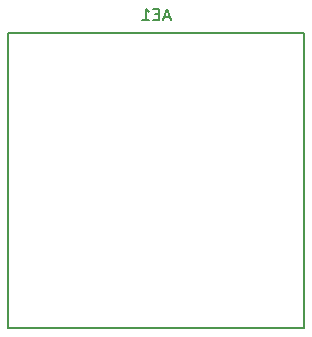
<source format=gbr>
G04 #@! TF.GenerationSoftware,KiCad,Pcbnew,5.0.0+dfsg1-2*
G04 #@! TF.CreationDate,2018-10-30T23:18:40+03:00*
G04 #@! TF.ProjectId,SD_Track,53445F547261636B2E6B696361645F70,2*
G04 #@! TF.SameCoordinates,PX68e7780PY3938700*
G04 #@! TF.FileFunction,Legend,Bot*
G04 #@! TF.FilePolarity,Positive*
%FSLAX46Y46*%
G04 Gerber Fmt 4.6, Leading zero omitted, Abs format (unit mm)*
G04 Created by KiCad (PCBNEW 5.0.0+dfsg1-2) date Tue Oct 30 23:18:40 2018*
%MOMM*%
%LPD*%
G01*
G04 APERTURE LIST*
%ADD10C,0.150000*%
%ADD11C,3.300000*%
%ADD12R,1.300000X1.850000*%
%ADD13O,1.300000X1.850000*%
%ADD14R,1.800000X1.800000*%
%ADD15O,1.800000X1.800000*%
%ADD16C,0.940000*%
%ADD17O,1.950000X0.950000*%
%ADD18C,1.100000*%
%ADD19C,1.600000*%
G04 APERTURE END LIST*
D10*
G04 #@! TO.C,AE1*
X12000000Y-24000000D02*
X12000000Y-49000000D01*
X37000000Y-49000000D02*
X12000000Y-49000000D01*
X37000000Y-24000000D02*
X37000000Y-49000000D01*
X37000000Y-24000000D02*
X12000000Y-24000000D01*
X25666666Y-22666666D02*
X25190476Y-22666666D01*
X25761904Y-22952380D02*
X25428571Y-21952380D01*
X25095238Y-22952380D01*
X24761904Y-22428571D02*
X24428571Y-22428571D01*
X24285714Y-22952380D02*
X24761904Y-22952380D01*
X24761904Y-21952380D01*
X24285714Y-21952380D01*
X23333333Y-22952380D02*
X23904761Y-22952380D01*
X23619047Y-22952380D02*
X23619047Y-21952380D01*
X23714285Y-22095238D01*
X23809523Y-22190476D01*
X23904761Y-22238095D01*
G04 #@! TD*
%LPC*%
D11*
G04 #@! TO.C,*
X45000000Y-57000000D03*
G04 #@! TD*
G04 #@! TO.C,*
X45000000Y-7000000D03*
G04 #@! TD*
G04 #@! TO.C,*
X5000000Y-7000000D03*
G04 #@! TD*
D12*
G04 #@! TO.C,BT1*
X44400000Y-38400000D03*
D13*
X46400000Y-38400000D03*
G04 #@! TD*
D14*
G04 #@! TO.C,CON1*
X11520000Y-57700000D03*
D15*
X14060000Y-57700000D03*
X16600000Y-57700000D03*
X19140000Y-57700000D03*
X21680000Y-57700000D03*
G04 #@! TD*
D16*
G04 #@! TO.C,J1*
X28500000Y-58900000D03*
X29500000Y-58250000D03*
X28500000Y-57600000D03*
X29500000Y-56950000D03*
X28500000Y-56300000D03*
D17*
X28720000Y-61175000D03*
X28720000Y-54025000D03*
G04 #@! TD*
D18*
G04 #@! TO.C,J2*
X22400000Y-9150000D03*
X22400000Y-17130000D03*
G04 #@! TD*
D13*
G04 #@! TO.C,SW1*
X44400000Y-29200000D03*
D12*
X46400000Y-29200000D03*
G04 #@! TD*
D11*
G04 #@! TO.C,*
X5000000Y-57000000D03*
G04 #@! TD*
D19*
G04 #@! TO.C,AE1*
X24500000Y-33500000D03*
G04 #@! TD*
M02*

</source>
